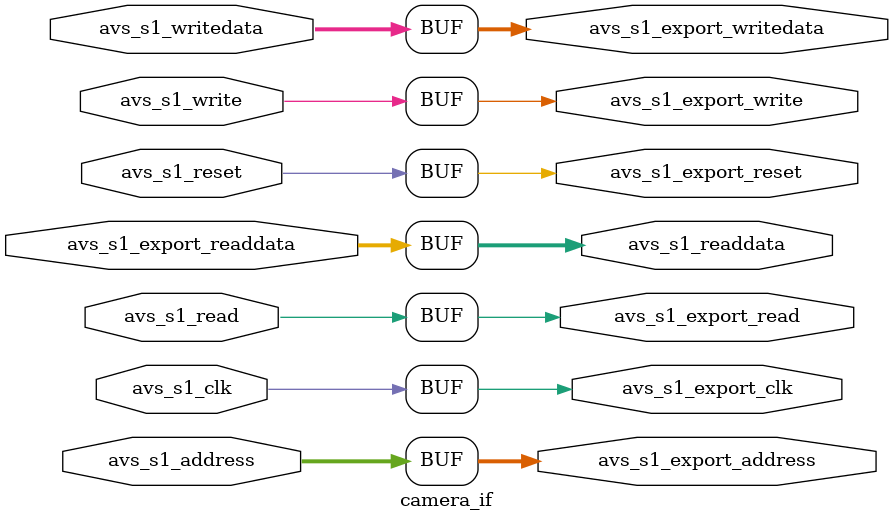
<source format=v>
/*  Save Register Files Definition

Slave:
	offset 0: Address: 32-bits start address
	offset 2: control:
	offset 1: status:


*/

module camera_if(	//	avalon MM slave port, ISP1362, host control
					// global
					//===== avalon MM s1 slave (read/write)
					// read/write
					avs_s1_clk,
					avs_s1_address,
					avs_s1_readdata,
					avs_s1_read,
					avs_s1_writedata,
					avs_s1_write,
					avs_s1_reset,
					//
					
					//===== Interface s1 to export
					// read/write
					avs_s1_export_clk,
					avs_s1_export_address,
					avs_s1_export_readdata,
					avs_s1_export_read,
					avs_s1_export_writedata,
					avs_s1_export_write,
					avs_s1_export_reset
				
					
			
				 );
				
/*****************************************************************************
 *                           Parameter Declarations                          *
 *****************************************************************************/


/*****************************************************************************
 *                             Internal Wire/Register                         *
 *****************************************************************************/


/*****************************************************************************
 *                             Port Declarations                             *
 *****************************************************************************/
 // s1
input				avs_s1_clk;
input	[1:0]		avs_s1_address;
output	[31:0]		avs_s1_readdata;
input				avs_s1_read;
input	[31:0]		avs_s1_writedata;
input				avs_s1_write;
input				avs_s1_reset;



					//

//===== Interface to export
// s1
output				avs_s1_export_clk;
output	[1:0]		avs_s1_export_address;
input	[31:0]		avs_s1_export_readdata;
output				avs_s1_export_read;
output	[31:0]		avs_s1_export_writedata;
output				avs_s1_export_write;
output				avs_s1_export_reset;



/*****************************************************************************
 *                            Sequence logic                                  *
 *****************************************************************************/
 


/*****************************************************************************
 *                            Combinational logic                            *
 *****************************************************************************/
// s1
assign	avs_s1_export_clk = avs_s1_clk;
assign	avs_s1_export_address = avs_s1_address;
assign	avs_s1_readdata = avs_s1_export_readdata;
assign	avs_s1_export_read = avs_s1_read;
assign	avs_s1_export_writedata = avs_s1_writedata;
assign	avs_s1_export_write = avs_s1_write;
assign	avs_s1_export_reset = avs_s1_reset;


endmodule


</source>
